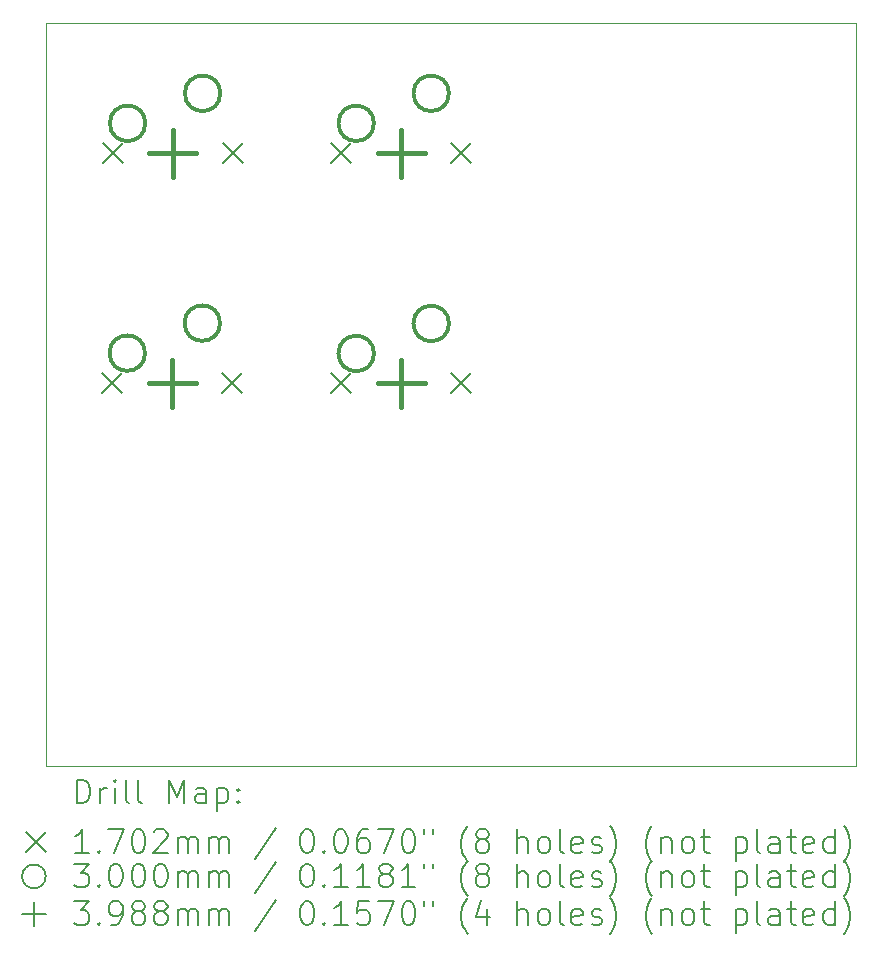
<source format=gbr>
%TF.GenerationSoftware,KiCad,Pcbnew,8.0.8*%
%TF.CreationDate,2025-06-15T23:17:13+08:00*%
%TF.ProjectId,2x2,3278322e-6b69-4636-9164-5f7063625858,rev?*%
%TF.SameCoordinates,Original*%
%TF.FileFunction,Drillmap*%
%TF.FilePolarity,Positive*%
%FSLAX45Y45*%
G04 Gerber Fmt 4.5, Leading zero omitted, Abs format (unit mm)*
G04 Created by KiCad (PCBNEW 8.0.8) date 2025-06-15 23:17:13*
%MOMM*%
%LPD*%
G01*
G04 APERTURE LIST*
%ADD10C,0.050000*%
%ADD11C,0.200000*%
%ADD12C,0.170180*%
%ADD13C,0.300000*%
%ADD14C,0.398780*%
G04 APERTURE END LIST*
D10*
X8201660Y-3180080D02*
X15062200Y-3180080D01*
X15062200Y-9476740D01*
X8201660Y-9476740D01*
X8201660Y-3180080D01*
D11*
D12*
X8677910Y-6148070D02*
X8848090Y-6318250D01*
X8848090Y-6148070D02*
X8677910Y-6318250D01*
X8680450Y-4202430D02*
X8850630Y-4372610D01*
X8850630Y-4202430D02*
X8680450Y-4372610D01*
X9693910Y-6148070D02*
X9864090Y-6318250D01*
X9864090Y-6148070D02*
X9693910Y-6318250D01*
X9696450Y-4202430D02*
X9866630Y-4372610D01*
X9866630Y-4202430D02*
X9696450Y-4372610D01*
X10615930Y-4202430D02*
X10786110Y-4372610D01*
X10786110Y-4202430D02*
X10615930Y-4372610D01*
X10615930Y-6150610D02*
X10786110Y-6320790D01*
X10786110Y-6150610D02*
X10615930Y-6320790D01*
X11631930Y-4202430D02*
X11802110Y-4372610D01*
X11802110Y-4202430D02*
X11631930Y-4372610D01*
X11631930Y-6150610D02*
X11802110Y-6320790D01*
X11802110Y-6150610D02*
X11631930Y-6320790D01*
D13*
X9040000Y-5979160D02*
G75*
G02*
X8740000Y-5979160I-150000J0D01*
G01*
X8740000Y-5979160D02*
G75*
G02*
X9040000Y-5979160I150000J0D01*
G01*
X9042540Y-4033520D02*
G75*
G02*
X8742540Y-4033520I-150000J0D01*
G01*
X8742540Y-4033520D02*
G75*
G02*
X9042540Y-4033520I150000J0D01*
G01*
X9675000Y-5725160D02*
G75*
G02*
X9375000Y-5725160I-150000J0D01*
G01*
X9375000Y-5725160D02*
G75*
G02*
X9675000Y-5725160I150000J0D01*
G01*
X9677540Y-3779520D02*
G75*
G02*
X9377540Y-3779520I-150000J0D01*
G01*
X9377540Y-3779520D02*
G75*
G02*
X9677540Y-3779520I150000J0D01*
G01*
X10978020Y-4033520D02*
G75*
G02*
X10678020Y-4033520I-150000J0D01*
G01*
X10678020Y-4033520D02*
G75*
G02*
X10978020Y-4033520I150000J0D01*
G01*
X10978020Y-5981700D02*
G75*
G02*
X10678020Y-5981700I-150000J0D01*
G01*
X10678020Y-5981700D02*
G75*
G02*
X10978020Y-5981700I150000J0D01*
G01*
X11613020Y-3779520D02*
G75*
G02*
X11313020Y-3779520I-150000J0D01*
G01*
X11313020Y-3779520D02*
G75*
G02*
X11613020Y-3779520I150000J0D01*
G01*
X11613020Y-5727700D02*
G75*
G02*
X11313020Y-5727700I-150000J0D01*
G01*
X11313020Y-5727700D02*
G75*
G02*
X11613020Y-5727700I150000J0D01*
G01*
D14*
X9271000Y-6033770D02*
X9271000Y-6432550D01*
X9071610Y-6233160D02*
X9470390Y-6233160D01*
X9273540Y-4088130D02*
X9273540Y-4486910D01*
X9074150Y-4287520D02*
X9472930Y-4287520D01*
X11209020Y-4088130D02*
X11209020Y-4486910D01*
X11009630Y-4287520D02*
X11408410Y-4287520D01*
X11209020Y-6036310D02*
X11209020Y-6435090D01*
X11009630Y-6235700D02*
X11408410Y-6235700D01*
D11*
X8459937Y-9790724D02*
X8459937Y-9590724D01*
X8459937Y-9590724D02*
X8507556Y-9590724D01*
X8507556Y-9590724D02*
X8536127Y-9600248D01*
X8536127Y-9600248D02*
X8555175Y-9619295D01*
X8555175Y-9619295D02*
X8564699Y-9638343D01*
X8564699Y-9638343D02*
X8574223Y-9676438D01*
X8574223Y-9676438D02*
X8574223Y-9705010D01*
X8574223Y-9705010D02*
X8564699Y-9743105D01*
X8564699Y-9743105D02*
X8555175Y-9762152D01*
X8555175Y-9762152D02*
X8536127Y-9781200D01*
X8536127Y-9781200D02*
X8507556Y-9790724D01*
X8507556Y-9790724D02*
X8459937Y-9790724D01*
X8659937Y-9790724D02*
X8659937Y-9657390D01*
X8659937Y-9695486D02*
X8669461Y-9676438D01*
X8669461Y-9676438D02*
X8678984Y-9666914D01*
X8678984Y-9666914D02*
X8698032Y-9657390D01*
X8698032Y-9657390D02*
X8717080Y-9657390D01*
X8783746Y-9790724D02*
X8783746Y-9657390D01*
X8783746Y-9590724D02*
X8774223Y-9600248D01*
X8774223Y-9600248D02*
X8783746Y-9609771D01*
X8783746Y-9609771D02*
X8793270Y-9600248D01*
X8793270Y-9600248D02*
X8783746Y-9590724D01*
X8783746Y-9590724D02*
X8783746Y-9609771D01*
X8907556Y-9790724D02*
X8888508Y-9781200D01*
X8888508Y-9781200D02*
X8878984Y-9762152D01*
X8878984Y-9762152D02*
X8878984Y-9590724D01*
X9012318Y-9790724D02*
X8993270Y-9781200D01*
X8993270Y-9781200D02*
X8983746Y-9762152D01*
X8983746Y-9762152D02*
X8983746Y-9590724D01*
X9240889Y-9790724D02*
X9240889Y-9590724D01*
X9240889Y-9590724D02*
X9307556Y-9733581D01*
X9307556Y-9733581D02*
X9374223Y-9590724D01*
X9374223Y-9590724D02*
X9374223Y-9790724D01*
X9555175Y-9790724D02*
X9555175Y-9685962D01*
X9555175Y-9685962D02*
X9545651Y-9666914D01*
X9545651Y-9666914D02*
X9526604Y-9657390D01*
X9526604Y-9657390D02*
X9488508Y-9657390D01*
X9488508Y-9657390D02*
X9469461Y-9666914D01*
X9555175Y-9781200D02*
X9536127Y-9790724D01*
X9536127Y-9790724D02*
X9488508Y-9790724D01*
X9488508Y-9790724D02*
X9469461Y-9781200D01*
X9469461Y-9781200D02*
X9459937Y-9762152D01*
X9459937Y-9762152D02*
X9459937Y-9743105D01*
X9459937Y-9743105D02*
X9469461Y-9724057D01*
X9469461Y-9724057D02*
X9488508Y-9714533D01*
X9488508Y-9714533D02*
X9536127Y-9714533D01*
X9536127Y-9714533D02*
X9555175Y-9705010D01*
X9650413Y-9657390D02*
X9650413Y-9857390D01*
X9650413Y-9666914D02*
X9669461Y-9657390D01*
X9669461Y-9657390D02*
X9707556Y-9657390D01*
X9707556Y-9657390D02*
X9726604Y-9666914D01*
X9726604Y-9666914D02*
X9736127Y-9676438D01*
X9736127Y-9676438D02*
X9745651Y-9695486D01*
X9745651Y-9695486D02*
X9745651Y-9752629D01*
X9745651Y-9752629D02*
X9736127Y-9771676D01*
X9736127Y-9771676D02*
X9726604Y-9781200D01*
X9726604Y-9781200D02*
X9707556Y-9790724D01*
X9707556Y-9790724D02*
X9669461Y-9790724D01*
X9669461Y-9790724D02*
X9650413Y-9781200D01*
X9831365Y-9771676D02*
X9840889Y-9781200D01*
X9840889Y-9781200D02*
X9831365Y-9790724D01*
X9831365Y-9790724D02*
X9821842Y-9781200D01*
X9821842Y-9781200D02*
X9831365Y-9771676D01*
X9831365Y-9771676D02*
X9831365Y-9790724D01*
X9831365Y-9666914D02*
X9840889Y-9676438D01*
X9840889Y-9676438D02*
X9831365Y-9685962D01*
X9831365Y-9685962D02*
X9821842Y-9676438D01*
X9821842Y-9676438D02*
X9831365Y-9666914D01*
X9831365Y-9666914D02*
X9831365Y-9685962D01*
D12*
X8028980Y-10034150D02*
X8199160Y-10204330D01*
X8199160Y-10034150D02*
X8028980Y-10204330D01*
D11*
X8564699Y-10210724D02*
X8450413Y-10210724D01*
X8507556Y-10210724D02*
X8507556Y-10010724D01*
X8507556Y-10010724D02*
X8488508Y-10039295D01*
X8488508Y-10039295D02*
X8469461Y-10058343D01*
X8469461Y-10058343D02*
X8450413Y-10067867D01*
X8650413Y-10191676D02*
X8659937Y-10201200D01*
X8659937Y-10201200D02*
X8650413Y-10210724D01*
X8650413Y-10210724D02*
X8640889Y-10201200D01*
X8640889Y-10201200D02*
X8650413Y-10191676D01*
X8650413Y-10191676D02*
X8650413Y-10210724D01*
X8726604Y-10010724D02*
X8859937Y-10010724D01*
X8859937Y-10010724D02*
X8774223Y-10210724D01*
X8974223Y-10010724D02*
X8993270Y-10010724D01*
X8993270Y-10010724D02*
X9012318Y-10020248D01*
X9012318Y-10020248D02*
X9021842Y-10029771D01*
X9021842Y-10029771D02*
X9031365Y-10048819D01*
X9031365Y-10048819D02*
X9040889Y-10086914D01*
X9040889Y-10086914D02*
X9040889Y-10134533D01*
X9040889Y-10134533D02*
X9031365Y-10172629D01*
X9031365Y-10172629D02*
X9021842Y-10191676D01*
X9021842Y-10191676D02*
X9012318Y-10201200D01*
X9012318Y-10201200D02*
X8993270Y-10210724D01*
X8993270Y-10210724D02*
X8974223Y-10210724D01*
X8974223Y-10210724D02*
X8955175Y-10201200D01*
X8955175Y-10201200D02*
X8945651Y-10191676D01*
X8945651Y-10191676D02*
X8936127Y-10172629D01*
X8936127Y-10172629D02*
X8926604Y-10134533D01*
X8926604Y-10134533D02*
X8926604Y-10086914D01*
X8926604Y-10086914D02*
X8936127Y-10048819D01*
X8936127Y-10048819D02*
X8945651Y-10029771D01*
X8945651Y-10029771D02*
X8955175Y-10020248D01*
X8955175Y-10020248D02*
X8974223Y-10010724D01*
X9117080Y-10029771D02*
X9126604Y-10020248D01*
X9126604Y-10020248D02*
X9145651Y-10010724D01*
X9145651Y-10010724D02*
X9193270Y-10010724D01*
X9193270Y-10010724D02*
X9212318Y-10020248D01*
X9212318Y-10020248D02*
X9221842Y-10029771D01*
X9221842Y-10029771D02*
X9231365Y-10048819D01*
X9231365Y-10048819D02*
X9231365Y-10067867D01*
X9231365Y-10067867D02*
X9221842Y-10096438D01*
X9221842Y-10096438D02*
X9107556Y-10210724D01*
X9107556Y-10210724D02*
X9231365Y-10210724D01*
X9317080Y-10210724D02*
X9317080Y-10077390D01*
X9317080Y-10096438D02*
X9326604Y-10086914D01*
X9326604Y-10086914D02*
X9345651Y-10077390D01*
X9345651Y-10077390D02*
X9374223Y-10077390D01*
X9374223Y-10077390D02*
X9393270Y-10086914D01*
X9393270Y-10086914D02*
X9402794Y-10105962D01*
X9402794Y-10105962D02*
X9402794Y-10210724D01*
X9402794Y-10105962D02*
X9412318Y-10086914D01*
X9412318Y-10086914D02*
X9431365Y-10077390D01*
X9431365Y-10077390D02*
X9459937Y-10077390D01*
X9459937Y-10077390D02*
X9478985Y-10086914D01*
X9478985Y-10086914D02*
X9488508Y-10105962D01*
X9488508Y-10105962D02*
X9488508Y-10210724D01*
X9583746Y-10210724D02*
X9583746Y-10077390D01*
X9583746Y-10096438D02*
X9593270Y-10086914D01*
X9593270Y-10086914D02*
X9612318Y-10077390D01*
X9612318Y-10077390D02*
X9640889Y-10077390D01*
X9640889Y-10077390D02*
X9659937Y-10086914D01*
X9659937Y-10086914D02*
X9669461Y-10105962D01*
X9669461Y-10105962D02*
X9669461Y-10210724D01*
X9669461Y-10105962D02*
X9678985Y-10086914D01*
X9678985Y-10086914D02*
X9698032Y-10077390D01*
X9698032Y-10077390D02*
X9726604Y-10077390D01*
X9726604Y-10077390D02*
X9745651Y-10086914D01*
X9745651Y-10086914D02*
X9755175Y-10105962D01*
X9755175Y-10105962D02*
X9755175Y-10210724D01*
X10145651Y-10001200D02*
X9974223Y-10258343D01*
X10402794Y-10010724D02*
X10421842Y-10010724D01*
X10421842Y-10010724D02*
X10440889Y-10020248D01*
X10440889Y-10020248D02*
X10450413Y-10029771D01*
X10450413Y-10029771D02*
X10459937Y-10048819D01*
X10459937Y-10048819D02*
X10469461Y-10086914D01*
X10469461Y-10086914D02*
X10469461Y-10134533D01*
X10469461Y-10134533D02*
X10459937Y-10172629D01*
X10459937Y-10172629D02*
X10450413Y-10191676D01*
X10450413Y-10191676D02*
X10440889Y-10201200D01*
X10440889Y-10201200D02*
X10421842Y-10210724D01*
X10421842Y-10210724D02*
X10402794Y-10210724D01*
X10402794Y-10210724D02*
X10383747Y-10201200D01*
X10383747Y-10201200D02*
X10374223Y-10191676D01*
X10374223Y-10191676D02*
X10364699Y-10172629D01*
X10364699Y-10172629D02*
X10355175Y-10134533D01*
X10355175Y-10134533D02*
X10355175Y-10086914D01*
X10355175Y-10086914D02*
X10364699Y-10048819D01*
X10364699Y-10048819D02*
X10374223Y-10029771D01*
X10374223Y-10029771D02*
X10383747Y-10020248D01*
X10383747Y-10020248D02*
X10402794Y-10010724D01*
X10555175Y-10191676D02*
X10564699Y-10201200D01*
X10564699Y-10201200D02*
X10555175Y-10210724D01*
X10555175Y-10210724D02*
X10545651Y-10201200D01*
X10545651Y-10201200D02*
X10555175Y-10191676D01*
X10555175Y-10191676D02*
X10555175Y-10210724D01*
X10688508Y-10010724D02*
X10707556Y-10010724D01*
X10707556Y-10010724D02*
X10726604Y-10020248D01*
X10726604Y-10020248D02*
X10736128Y-10029771D01*
X10736128Y-10029771D02*
X10745651Y-10048819D01*
X10745651Y-10048819D02*
X10755175Y-10086914D01*
X10755175Y-10086914D02*
X10755175Y-10134533D01*
X10755175Y-10134533D02*
X10745651Y-10172629D01*
X10745651Y-10172629D02*
X10736128Y-10191676D01*
X10736128Y-10191676D02*
X10726604Y-10201200D01*
X10726604Y-10201200D02*
X10707556Y-10210724D01*
X10707556Y-10210724D02*
X10688508Y-10210724D01*
X10688508Y-10210724D02*
X10669461Y-10201200D01*
X10669461Y-10201200D02*
X10659937Y-10191676D01*
X10659937Y-10191676D02*
X10650413Y-10172629D01*
X10650413Y-10172629D02*
X10640889Y-10134533D01*
X10640889Y-10134533D02*
X10640889Y-10086914D01*
X10640889Y-10086914D02*
X10650413Y-10048819D01*
X10650413Y-10048819D02*
X10659937Y-10029771D01*
X10659937Y-10029771D02*
X10669461Y-10020248D01*
X10669461Y-10020248D02*
X10688508Y-10010724D01*
X10926604Y-10010724D02*
X10888508Y-10010724D01*
X10888508Y-10010724D02*
X10869461Y-10020248D01*
X10869461Y-10020248D02*
X10859937Y-10029771D01*
X10859937Y-10029771D02*
X10840889Y-10058343D01*
X10840889Y-10058343D02*
X10831366Y-10096438D01*
X10831366Y-10096438D02*
X10831366Y-10172629D01*
X10831366Y-10172629D02*
X10840889Y-10191676D01*
X10840889Y-10191676D02*
X10850413Y-10201200D01*
X10850413Y-10201200D02*
X10869461Y-10210724D01*
X10869461Y-10210724D02*
X10907556Y-10210724D01*
X10907556Y-10210724D02*
X10926604Y-10201200D01*
X10926604Y-10201200D02*
X10936128Y-10191676D01*
X10936128Y-10191676D02*
X10945651Y-10172629D01*
X10945651Y-10172629D02*
X10945651Y-10125010D01*
X10945651Y-10125010D02*
X10936128Y-10105962D01*
X10936128Y-10105962D02*
X10926604Y-10096438D01*
X10926604Y-10096438D02*
X10907556Y-10086914D01*
X10907556Y-10086914D02*
X10869461Y-10086914D01*
X10869461Y-10086914D02*
X10850413Y-10096438D01*
X10850413Y-10096438D02*
X10840889Y-10105962D01*
X10840889Y-10105962D02*
X10831366Y-10125010D01*
X11012318Y-10010724D02*
X11145651Y-10010724D01*
X11145651Y-10010724D02*
X11059937Y-10210724D01*
X11259937Y-10010724D02*
X11278985Y-10010724D01*
X11278985Y-10010724D02*
X11298032Y-10020248D01*
X11298032Y-10020248D02*
X11307556Y-10029771D01*
X11307556Y-10029771D02*
X11317080Y-10048819D01*
X11317080Y-10048819D02*
X11326604Y-10086914D01*
X11326604Y-10086914D02*
X11326604Y-10134533D01*
X11326604Y-10134533D02*
X11317080Y-10172629D01*
X11317080Y-10172629D02*
X11307556Y-10191676D01*
X11307556Y-10191676D02*
X11298032Y-10201200D01*
X11298032Y-10201200D02*
X11278985Y-10210724D01*
X11278985Y-10210724D02*
X11259937Y-10210724D01*
X11259937Y-10210724D02*
X11240889Y-10201200D01*
X11240889Y-10201200D02*
X11231366Y-10191676D01*
X11231366Y-10191676D02*
X11221842Y-10172629D01*
X11221842Y-10172629D02*
X11212318Y-10134533D01*
X11212318Y-10134533D02*
X11212318Y-10086914D01*
X11212318Y-10086914D02*
X11221842Y-10048819D01*
X11221842Y-10048819D02*
X11231366Y-10029771D01*
X11231366Y-10029771D02*
X11240889Y-10020248D01*
X11240889Y-10020248D02*
X11259937Y-10010724D01*
X11402794Y-10010724D02*
X11402794Y-10048819D01*
X11478985Y-10010724D02*
X11478985Y-10048819D01*
X11774223Y-10286914D02*
X11764699Y-10277390D01*
X11764699Y-10277390D02*
X11745651Y-10248819D01*
X11745651Y-10248819D02*
X11736128Y-10229771D01*
X11736128Y-10229771D02*
X11726604Y-10201200D01*
X11726604Y-10201200D02*
X11717080Y-10153581D01*
X11717080Y-10153581D02*
X11717080Y-10115486D01*
X11717080Y-10115486D02*
X11726604Y-10067867D01*
X11726604Y-10067867D02*
X11736128Y-10039295D01*
X11736128Y-10039295D02*
X11745651Y-10020248D01*
X11745651Y-10020248D02*
X11764699Y-9991676D01*
X11764699Y-9991676D02*
X11774223Y-9982152D01*
X11878985Y-10096438D02*
X11859937Y-10086914D01*
X11859937Y-10086914D02*
X11850413Y-10077390D01*
X11850413Y-10077390D02*
X11840889Y-10058343D01*
X11840889Y-10058343D02*
X11840889Y-10048819D01*
X11840889Y-10048819D02*
X11850413Y-10029771D01*
X11850413Y-10029771D02*
X11859937Y-10020248D01*
X11859937Y-10020248D02*
X11878985Y-10010724D01*
X11878985Y-10010724D02*
X11917080Y-10010724D01*
X11917080Y-10010724D02*
X11936128Y-10020248D01*
X11936128Y-10020248D02*
X11945651Y-10029771D01*
X11945651Y-10029771D02*
X11955175Y-10048819D01*
X11955175Y-10048819D02*
X11955175Y-10058343D01*
X11955175Y-10058343D02*
X11945651Y-10077390D01*
X11945651Y-10077390D02*
X11936128Y-10086914D01*
X11936128Y-10086914D02*
X11917080Y-10096438D01*
X11917080Y-10096438D02*
X11878985Y-10096438D01*
X11878985Y-10096438D02*
X11859937Y-10105962D01*
X11859937Y-10105962D02*
X11850413Y-10115486D01*
X11850413Y-10115486D02*
X11840889Y-10134533D01*
X11840889Y-10134533D02*
X11840889Y-10172629D01*
X11840889Y-10172629D02*
X11850413Y-10191676D01*
X11850413Y-10191676D02*
X11859937Y-10201200D01*
X11859937Y-10201200D02*
X11878985Y-10210724D01*
X11878985Y-10210724D02*
X11917080Y-10210724D01*
X11917080Y-10210724D02*
X11936128Y-10201200D01*
X11936128Y-10201200D02*
X11945651Y-10191676D01*
X11945651Y-10191676D02*
X11955175Y-10172629D01*
X11955175Y-10172629D02*
X11955175Y-10134533D01*
X11955175Y-10134533D02*
X11945651Y-10115486D01*
X11945651Y-10115486D02*
X11936128Y-10105962D01*
X11936128Y-10105962D02*
X11917080Y-10096438D01*
X12193270Y-10210724D02*
X12193270Y-10010724D01*
X12278985Y-10210724D02*
X12278985Y-10105962D01*
X12278985Y-10105962D02*
X12269461Y-10086914D01*
X12269461Y-10086914D02*
X12250413Y-10077390D01*
X12250413Y-10077390D02*
X12221842Y-10077390D01*
X12221842Y-10077390D02*
X12202794Y-10086914D01*
X12202794Y-10086914D02*
X12193270Y-10096438D01*
X12402794Y-10210724D02*
X12383747Y-10201200D01*
X12383747Y-10201200D02*
X12374223Y-10191676D01*
X12374223Y-10191676D02*
X12364699Y-10172629D01*
X12364699Y-10172629D02*
X12364699Y-10115486D01*
X12364699Y-10115486D02*
X12374223Y-10096438D01*
X12374223Y-10096438D02*
X12383747Y-10086914D01*
X12383747Y-10086914D02*
X12402794Y-10077390D01*
X12402794Y-10077390D02*
X12431366Y-10077390D01*
X12431366Y-10077390D02*
X12450413Y-10086914D01*
X12450413Y-10086914D02*
X12459937Y-10096438D01*
X12459937Y-10096438D02*
X12469461Y-10115486D01*
X12469461Y-10115486D02*
X12469461Y-10172629D01*
X12469461Y-10172629D02*
X12459937Y-10191676D01*
X12459937Y-10191676D02*
X12450413Y-10201200D01*
X12450413Y-10201200D02*
X12431366Y-10210724D01*
X12431366Y-10210724D02*
X12402794Y-10210724D01*
X12583747Y-10210724D02*
X12564699Y-10201200D01*
X12564699Y-10201200D02*
X12555175Y-10182152D01*
X12555175Y-10182152D02*
X12555175Y-10010724D01*
X12736128Y-10201200D02*
X12717080Y-10210724D01*
X12717080Y-10210724D02*
X12678985Y-10210724D01*
X12678985Y-10210724D02*
X12659937Y-10201200D01*
X12659937Y-10201200D02*
X12650413Y-10182152D01*
X12650413Y-10182152D02*
X12650413Y-10105962D01*
X12650413Y-10105962D02*
X12659937Y-10086914D01*
X12659937Y-10086914D02*
X12678985Y-10077390D01*
X12678985Y-10077390D02*
X12717080Y-10077390D01*
X12717080Y-10077390D02*
X12736128Y-10086914D01*
X12736128Y-10086914D02*
X12745651Y-10105962D01*
X12745651Y-10105962D02*
X12745651Y-10125010D01*
X12745651Y-10125010D02*
X12650413Y-10144057D01*
X12821842Y-10201200D02*
X12840890Y-10210724D01*
X12840890Y-10210724D02*
X12878985Y-10210724D01*
X12878985Y-10210724D02*
X12898032Y-10201200D01*
X12898032Y-10201200D02*
X12907556Y-10182152D01*
X12907556Y-10182152D02*
X12907556Y-10172629D01*
X12907556Y-10172629D02*
X12898032Y-10153581D01*
X12898032Y-10153581D02*
X12878985Y-10144057D01*
X12878985Y-10144057D02*
X12850413Y-10144057D01*
X12850413Y-10144057D02*
X12831366Y-10134533D01*
X12831366Y-10134533D02*
X12821842Y-10115486D01*
X12821842Y-10115486D02*
X12821842Y-10105962D01*
X12821842Y-10105962D02*
X12831366Y-10086914D01*
X12831366Y-10086914D02*
X12850413Y-10077390D01*
X12850413Y-10077390D02*
X12878985Y-10077390D01*
X12878985Y-10077390D02*
X12898032Y-10086914D01*
X12974223Y-10286914D02*
X12983747Y-10277390D01*
X12983747Y-10277390D02*
X13002794Y-10248819D01*
X13002794Y-10248819D02*
X13012318Y-10229771D01*
X13012318Y-10229771D02*
X13021842Y-10201200D01*
X13021842Y-10201200D02*
X13031366Y-10153581D01*
X13031366Y-10153581D02*
X13031366Y-10115486D01*
X13031366Y-10115486D02*
X13021842Y-10067867D01*
X13021842Y-10067867D02*
X13012318Y-10039295D01*
X13012318Y-10039295D02*
X13002794Y-10020248D01*
X13002794Y-10020248D02*
X12983747Y-9991676D01*
X12983747Y-9991676D02*
X12974223Y-9982152D01*
X13336128Y-10286914D02*
X13326604Y-10277390D01*
X13326604Y-10277390D02*
X13307556Y-10248819D01*
X13307556Y-10248819D02*
X13298032Y-10229771D01*
X13298032Y-10229771D02*
X13288509Y-10201200D01*
X13288509Y-10201200D02*
X13278985Y-10153581D01*
X13278985Y-10153581D02*
X13278985Y-10115486D01*
X13278985Y-10115486D02*
X13288509Y-10067867D01*
X13288509Y-10067867D02*
X13298032Y-10039295D01*
X13298032Y-10039295D02*
X13307556Y-10020248D01*
X13307556Y-10020248D02*
X13326604Y-9991676D01*
X13326604Y-9991676D02*
X13336128Y-9982152D01*
X13412318Y-10077390D02*
X13412318Y-10210724D01*
X13412318Y-10096438D02*
X13421842Y-10086914D01*
X13421842Y-10086914D02*
X13440890Y-10077390D01*
X13440890Y-10077390D02*
X13469461Y-10077390D01*
X13469461Y-10077390D02*
X13488509Y-10086914D01*
X13488509Y-10086914D02*
X13498032Y-10105962D01*
X13498032Y-10105962D02*
X13498032Y-10210724D01*
X13621842Y-10210724D02*
X13602794Y-10201200D01*
X13602794Y-10201200D02*
X13593271Y-10191676D01*
X13593271Y-10191676D02*
X13583747Y-10172629D01*
X13583747Y-10172629D02*
X13583747Y-10115486D01*
X13583747Y-10115486D02*
X13593271Y-10096438D01*
X13593271Y-10096438D02*
X13602794Y-10086914D01*
X13602794Y-10086914D02*
X13621842Y-10077390D01*
X13621842Y-10077390D02*
X13650413Y-10077390D01*
X13650413Y-10077390D02*
X13669461Y-10086914D01*
X13669461Y-10086914D02*
X13678985Y-10096438D01*
X13678985Y-10096438D02*
X13688509Y-10115486D01*
X13688509Y-10115486D02*
X13688509Y-10172629D01*
X13688509Y-10172629D02*
X13678985Y-10191676D01*
X13678985Y-10191676D02*
X13669461Y-10201200D01*
X13669461Y-10201200D02*
X13650413Y-10210724D01*
X13650413Y-10210724D02*
X13621842Y-10210724D01*
X13745652Y-10077390D02*
X13821842Y-10077390D01*
X13774223Y-10010724D02*
X13774223Y-10182152D01*
X13774223Y-10182152D02*
X13783747Y-10201200D01*
X13783747Y-10201200D02*
X13802794Y-10210724D01*
X13802794Y-10210724D02*
X13821842Y-10210724D01*
X14040890Y-10077390D02*
X14040890Y-10277390D01*
X14040890Y-10086914D02*
X14059937Y-10077390D01*
X14059937Y-10077390D02*
X14098033Y-10077390D01*
X14098033Y-10077390D02*
X14117080Y-10086914D01*
X14117080Y-10086914D02*
X14126604Y-10096438D01*
X14126604Y-10096438D02*
X14136128Y-10115486D01*
X14136128Y-10115486D02*
X14136128Y-10172629D01*
X14136128Y-10172629D02*
X14126604Y-10191676D01*
X14126604Y-10191676D02*
X14117080Y-10201200D01*
X14117080Y-10201200D02*
X14098033Y-10210724D01*
X14098033Y-10210724D02*
X14059937Y-10210724D01*
X14059937Y-10210724D02*
X14040890Y-10201200D01*
X14250413Y-10210724D02*
X14231366Y-10201200D01*
X14231366Y-10201200D02*
X14221842Y-10182152D01*
X14221842Y-10182152D02*
X14221842Y-10010724D01*
X14412318Y-10210724D02*
X14412318Y-10105962D01*
X14412318Y-10105962D02*
X14402794Y-10086914D01*
X14402794Y-10086914D02*
X14383747Y-10077390D01*
X14383747Y-10077390D02*
X14345652Y-10077390D01*
X14345652Y-10077390D02*
X14326604Y-10086914D01*
X14412318Y-10201200D02*
X14393271Y-10210724D01*
X14393271Y-10210724D02*
X14345652Y-10210724D01*
X14345652Y-10210724D02*
X14326604Y-10201200D01*
X14326604Y-10201200D02*
X14317080Y-10182152D01*
X14317080Y-10182152D02*
X14317080Y-10163105D01*
X14317080Y-10163105D02*
X14326604Y-10144057D01*
X14326604Y-10144057D02*
X14345652Y-10134533D01*
X14345652Y-10134533D02*
X14393271Y-10134533D01*
X14393271Y-10134533D02*
X14412318Y-10125010D01*
X14478985Y-10077390D02*
X14555175Y-10077390D01*
X14507556Y-10010724D02*
X14507556Y-10182152D01*
X14507556Y-10182152D02*
X14517080Y-10201200D01*
X14517080Y-10201200D02*
X14536128Y-10210724D01*
X14536128Y-10210724D02*
X14555175Y-10210724D01*
X14698033Y-10201200D02*
X14678985Y-10210724D01*
X14678985Y-10210724D02*
X14640890Y-10210724D01*
X14640890Y-10210724D02*
X14621842Y-10201200D01*
X14621842Y-10201200D02*
X14612318Y-10182152D01*
X14612318Y-10182152D02*
X14612318Y-10105962D01*
X14612318Y-10105962D02*
X14621842Y-10086914D01*
X14621842Y-10086914D02*
X14640890Y-10077390D01*
X14640890Y-10077390D02*
X14678985Y-10077390D01*
X14678985Y-10077390D02*
X14698033Y-10086914D01*
X14698033Y-10086914D02*
X14707556Y-10105962D01*
X14707556Y-10105962D02*
X14707556Y-10125010D01*
X14707556Y-10125010D02*
X14612318Y-10144057D01*
X14878985Y-10210724D02*
X14878985Y-10010724D01*
X14878985Y-10201200D02*
X14859937Y-10210724D01*
X14859937Y-10210724D02*
X14821842Y-10210724D01*
X14821842Y-10210724D02*
X14802794Y-10201200D01*
X14802794Y-10201200D02*
X14793271Y-10191676D01*
X14793271Y-10191676D02*
X14783747Y-10172629D01*
X14783747Y-10172629D02*
X14783747Y-10115486D01*
X14783747Y-10115486D02*
X14793271Y-10096438D01*
X14793271Y-10096438D02*
X14802794Y-10086914D01*
X14802794Y-10086914D02*
X14821842Y-10077390D01*
X14821842Y-10077390D02*
X14859937Y-10077390D01*
X14859937Y-10077390D02*
X14878985Y-10086914D01*
X14955175Y-10286914D02*
X14964699Y-10277390D01*
X14964699Y-10277390D02*
X14983747Y-10248819D01*
X14983747Y-10248819D02*
X14993271Y-10229771D01*
X14993271Y-10229771D02*
X15002794Y-10201200D01*
X15002794Y-10201200D02*
X15012318Y-10153581D01*
X15012318Y-10153581D02*
X15012318Y-10115486D01*
X15012318Y-10115486D02*
X15002794Y-10067867D01*
X15002794Y-10067867D02*
X14993271Y-10039295D01*
X14993271Y-10039295D02*
X14983747Y-10020248D01*
X14983747Y-10020248D02*
X14964699Y-9991676D01*
X14964699Y-9991676D02*
X14955175Y-9982152D01*
X8199160Y-10409420D02*
G75*
G02*
X7999160Y-10409420I-100000J0D01*
G01*
X7999160Y-10409420D02*
G75*
G02*
X8199160Y-10409420I100000J0D01*
G01*
X8440889Y-10300904D02*
X8564699Y-10300904D01*
X8564699Y-10300904D02*
X8498032Y-10377094D01*
X8498032Y-10377094D02*
X8526604Y-10377094D01*
X8526604Y-10377094D02*
X8545651Y-10386618D01*
X8545651Y-10386618D02*
X8555175Y-10396142D01*
X8555175Y-10396142D02*
X8564699Y-10415190D01*
X8564699Y-10415190D02*
X8564699Y-10462809D01*
X8564699Y-10462809D02*
X8555175Y-10481856D01*
X8555175Y-10481856D02*
X8545651Y-10491380D01*
X8545651Y-10491380D02*
X8526604Y-10500904D01*
X8526604Y-10500904D02*
X8469461Y-10500904D01*
X8469461Y-10500904D02*
X8450413Y-10491380D01*
X8450413Y-10491380D02*
X8440889Y-10481856D01*
X8650413Y-10481856D02*
X8659937Y-10491380D01*
X8659937Y-10491380D02*
X8650413Y-10500904D01*
X8650413Y-10500904D02*
X8640889Y-10491380D01*
X8640889Y-10491380D02*
X8650413Y-10481856D01*
X8650413Y-10481856D02*
X8650413Y-10500904D01*
X8783746Y-10300904D02*
X8802794Y-10300904D01*
X8802794Y-10300904D02*
X8821842Y-10310428D01*
X8821842Y-10310428D02*
X8831365Y-10319951D01*
X8831365Y-10319951D02*
X8840889Y-10338999D01*
X8840889Y-10338999D02*
X8850413Y-10377094D01*
X8850413Y-10377094D02*
X8850413Y-10424713D01*
X8850413Y-10424713D02*
X8840889Y-10462809D01*
X8840889Y-10462809D02*
X8831365Y-10481856D01*
X8831365Y-10481856D02*
X8821842Y-10491380D01*
X8821842Y-10491380D02*
X8802794Y-10500904D01*
X8802794Y-10500904D02*
X8783746Y-10500904D01*
X8783746Y-10500904D02*
X8764699Y-10491380D01*
X8764699Y-10491380D02*
X8755175Y-10481856D01*
X8755175Y-10481856D02*
X8745651Y-10462809D01*
X8745651Y-10462809D02*
X8736127Y-10424713D01*
X8736127Y-10424713D02*
X8736127Y-10377094D01*
X8736127Y-10377094D02*
X8745651Y-10338999D01*
X8745651Y-10338999D02*
X8755175Y-10319951D01*
X8755175Y-10319951D02*
X8764699Y-10310428D01*
X8764699Y-10310428D02*
X8783746Y-10300904D01*
X8974223Y-10300904D02*
X8993270Y-10300904D01*
X8993270Y-10300904D02*
X9012318Y-10310428D01*
X9012318Y-10310428D02*
X9021842Y-10319951D01*
X9021842Y-10319951D02*
X9031365Y-10338999D01*
X9031365Y-10338999D02*
X9040889Y-10377094D01*
X9040889Y-10377094D02*
X9040889Y-10424713D01*
X9040889Y-10424713D02*
X9031365Y-10462809D01*
X9031365Y-10462809D02*
X9021842Y-10481856D01*
X9021842Y-10481856D02*
X9012318Y-10491380D01*
X9012318Y-10491380D02*
X8993270Y-10500904D01*
X8993270Y-10500904D02*
X8974223Y-10500904D01*
X8974223Y-10500904D02*
X8955175Y-10491380D01*
X8955175Y-10491380D02*
X8945651Y-10481856D01*
X8945651Y-10481856D02*
X8936127Y-10462809D01*
X8936127Y-10462809D02*
X8926604Y-10424713D01*
X8926604Y-10424713D02*
X8926604Y-10377094D01*
X8926604Y-10377094D02*
X8936127Y-10338999D01*
X8936127Y-10338999D02*
X8945651Y-10319951D01*
X8945651Y-10319951D02*
X8955175Y-10310428D01*
X8955175Y-10310428D02*
X8974223Y-10300904D01*
X9164699Y-10300904D02*
X9183746Y-10300904D01*
X9183746Y-10300904D02*
X9202794Y-10310428D01*
X9202794Y-10310428D02*
X9212318Y-10319951D01*
X9212318Y-10319951D02*
X9221842Y-10338999D01*
X9221842Y-10338999D02*
X9231365Y-10377094D01*
X9231365Y-10377094D02*
X9231365Y-10424713D01*
X9231365Y-10424713D02*
X9221842Y-10462809D01*
X9221842Y-10462809D02*
X9212318Y-10481856D01*
X9212318Y-10481856D02*
X9202794Y-10491380D01*
X9202794Y-10491380D02*
X9183746Y-10500904D01*
X9183746Y-10500904D02*
X9164699Y-10500904D01*
X9164699Y-10500904D02*
X9145651Y-10491380D01*
X9145651Y-10491380D02*
X9136127Y-10481856D01*
X9136127Y-10481856D02*
X9126604Y-10462809D01*
X9126604Y-10462809D02*
X9117080Y-10424713D01*
X9117080Y-10424713D02*
X9117080Y-10377094D01*
X9117080Y-10377094D02*
X9126604Y-10338999D01*
X9126604Y-10338999D02*
X9136127Y-10319951D01*
X9136127Y-10319951D02*
X9145651Y-10310428D01*
X9145651Y-10310428D02*
X9164699Y-10300904D01*
X9317080Y-10500904D02*
X9317080Y-10367570D01*
X9317080Y-10386618D02*
X9326604Y-10377094D01*
X9326604Y-10377094D02*
X9345651Y-10367570D01*
X9345651Y-10367570D02*
X9374223Y-10367570D01*
X9374223Y-10367570D02*
X9393270Y-10377094D01*
X9393270Y-10377094D02*
X9402794Y-10396142D01*
X9402794Y-10396142D02*
X9402794Y-10500904D01*
X9402794Y-10396142D02*
X9412318Y-10377094D01*
X9412318Y-10377094D02*
X9431365Y-10367570D01*
X9431365Y-10367570D02*
X9459937Y-10367570D01*
X9459937Y-10367570D02*
X9478985Y-10377094D01*
X9478985Y-10377094D02*
X9488508Y-10396142D01*
X9488508Y-10396142D02*
X9488508Y-10500904D01*
X9583746Y-10500904D02*
X9583746Y-10367570D01*
X9583746Y-10386618D02*
X9593270Y-10377094D01*
X9593270Y-10377094D02*
X9612318Y-10367570D01*
X9612318Y-10367570D02*
X9640889Y-10367570D01*
X9640889Y-10367570D02*
X9659937Y-10377094D01*
X9659937Y-10377094D02*
X9669461Y-10396142D01*
X9669461Y-10396142D02*
X9669461Y-10500904D01*
X9669461Y-10396142D02*
X9678985Y-10377094D01*
X9678985Y-10377094D02*
X9698032Y-10367570D01*
X9698032Y-10367570D02*
X9726604Y-10367570D01*
X9726604Y-10367570D02*
X9745651Y-10377094D01*
X9745651Y-10377094D02*
X9755175Y-10396142D01*
X9755175Y-10396142D02*
X9755175Y-10500904D01*
X10145651Y-10291380D02*
X9974223Y-10548523D01*
X10402794Y-10300904D02*
X10421842Y-10300904D01*
X10421842Y-10300904D02*
X10440889Y-10310428D01*
X10440889Y-10310428D02*
X10450413Y-10319951D01*
X10450413Y-10319951D02*
X10459937Y-10338999D01*
X10459937Y-10338999D02*
X10469461Y-10377094D01*
X10469461Y-10377094D02*
X10469461Y-10424713D01*
X10469461Y-10424713D02*
X10459937Y-10462809D01*
X10459937Y-10462809D02*
X10450413Y-10481856D01*
X10450413Y-10481856D02*
X10440889Y-10491380D01*
X10440889Y-10491380D02*
X10421842Y-10500904D01*
X10421842Y-10500904D02*
X10402794Y-10500904D01*
X10402794Y-10500904D02*
X10383747Y-10491380D01*
X10383747Y-10491380D02*
X10374223Y-10481856D01*
X10374223Y-10481856D02*
X10364699Y-10462809D01*
X10364699Y-10462809D02*
X10355175Y-10424713D01*
X10355175Y-10424713D02*
X10355175Y-10377094D01*
X10355175Y-10377094D02*
X10364699Y-10338999D01*
X10364699Y-10338999D02*
X10374223Y-10319951D01*
X10374223Y-10319951D02*
X10383747Y-10310428D01*
X10383747Y-10310428D02*
X10402794Y-10300904D01*
X10555175Y-10481856D02*
X10564699Y-10491380D01*
X10564699Y-10491380D02*
X10555175Y-10500904D01*
X10555175Y-10500904D02*
X10545651Y-10491380D01*
X10545651Y-10491380D02*
X10555175Y-10481856D01*
X10555175Y-10481856D02*
X10555175Y-10500904D01*
X10755175Y-10500904D02*
X10640889Y-10500904D01*
X10698032Y-10500904D02*
X10698032Y-10300904D01*
X10698032Y-10300904D02*
X10678985Y-10329475D01*
X10678985Y-10329475D02*
X10659937Y-10348523D01*
X10659937Y-10348523D02*
X10640889Y-10358047D01*
X10945651Y-10500904D02*
X10831366Y-10500904D01*
X10888508Y-10500904D02*
X10888508Y-10300904D01*
X10888508Y-10300904D02*
X10869461Y-10329475D01*
X10869461Y-10329475D02*
X10850413Y-10348523D01*
X10850413Y-10348523D02*
X10831366Y-10358047D01*
X11059937Y-10386618D02*
X11040889Y-10377094D01*
X11040889Y-10377094D02*
X11031366Y-10367570D01*
X11031366Y-10367570D02*
X11021842Y-10348523D01*
X11021842Y-10348523D02*
X11021842Y-10338999D01*
X11021842Y-10338999D02*
X11031366Y-10319951D01*
X11031366Y-10319951D02*
X11040889Y-10310428D01*
X11040889Y-10310428D02*
X11059937Y-10300904D01*
X11059937Y-10300904D02*
X11098032Y-10300904D01*
X11098032Y-10300904D02*
X11117080Y-10310428D01*
X11117080Y-10310428D02*
X11126604Y-10319951D01*
X11126604Y-10319951D02*
X11136128Y-10338999D01*
X11136128Y-10338999D02*
X11136128Y-10348523D01*
X11136128Y-10348523D02*
X11126604Y-10367570D01*
X11126604Y-10367570D02*
X11117080Y-10377094D01*
X11117080Y-10377094D02*
X11098032Y-10386618D01*
X11098032Y-10386618D02*
X11059937Y-10386618D01*
X11059937Y-10386618D02*
X11040889Y-10396142D01*
X11040889Y-10396142D02*
X11031366Y-10405666D01*
X11031366Y-10405666D02*
X11021842Y-10424713D01*
X11021842Y-10424713D02*
X11021842Y-10462809D01*
X11021842Y-10462809D02*
X11031366Y-10481856D01*
X11031366Y-10481856D02*
X11040889Y-10491380D01*
X11040889Y-10491380D02*
X11059937Y-10500904D01*
X11059937Y-10500904D02*
X11098032Y-10500904D01*
X11098032Y-10500904D02*
X11117080Y-10491380D01*
X11117080Y-10491380D02*
X11126604Y-10481856D01*
X11126604Y-10481856D02*
X11136128Y-10462809D01*
X11136128Y-10462809D02*
X11136128Y-10424713D01*
X11136128Y-10424713D02*
X11126604Y-10405666D01*
X11126604Y-10405666D02*
X11117080Y-10396142D01*
X11117080Y-10396142D02*
X11098032Y-10386618D01*
X11326604Y-10500904D02*
X11212318Y-10500904D01*
X11269461Y-10500904D02*
X11269461Y-10300904D01*
X11269461Y-10300904D02*
X11250413Y-10329475D01*
X11250413Y-10329475D02*
X11231366Y-10348523D01*
X11231366Y-10348523D02*
X11212318Y-10358047D01*
X11402794Y-10300904D02*
X11402794Y-10338999D01*
X11478985Y-10300904D02*
X11478985Y-10338999D01*
X11774223Y-10577094D02*
X11764699Y-10567570D01*
X11764699Y-10567570D02*
X11745651Y-10538999D01*
X11745651Y-10538999D02*
X11736128Y-10519951D01*
X11736128Y-10519951D02*
X11726604Y-10491380D01*
X11726604Y-10491380D02*
X11717080Y-10443761D01*
X11717080Y-10443761D02*
X11717080Y-10405666D01*
X11717080Y-10405666D02*
X11726604Y-10358047D01*
X11726604Y-10358047D02*
X11736128Y-10329475D01*
X11736128Y-10329475D02*
X11745651Y-10310428D01*
X11745651Y-10310428D02*
X11764699Y-10281856D01*
X11764699Y-10281856D02*
X11774223Y-10272332D01*
X11878985Y-10386618D02*
X11859937Y-10377094D01*
X11859937Y-10377094D02*
X11850413Y-10367570D01*
X11850413Y-10367570D02*
X11840889Y-10348523D01*
X11840889Y-10348523D02*
X11840889Y-10338999D01*
X11840889Y-10338999D02*
X11850413Y-10319951D01*
X11850413Y-10319951D02*
X11859937Y-10310428D01*
X11859937Y-10310428D02*
X11878985Y-10300904D01*
X11878985Y-10300904D02*
X11917080Y-10300904D01*
X11917080Y-10300904D02*
X11936128Y-10310428D01*
X11936128Y-10310428D02*
X11945651Y-10319951D01*
X11945651Y-10319951D02*
X11955175Y-10338999D01*
X11955175Y-10338999D02*
X11955175Y-10348523D01*
X11955175Y-10348523D02*
X11945651Y-10367570D01*
X11945651Y-10367570D02*
X11936128Y-10377094D01*
X11936128Y-10377094D02*
X11917080Y-10386618D01*
X11917080Y-10386618D02*
X11878985Y-10386618D01*
X11878985Y-10386618D02*
X11859937Y-10396142D01*
X11859937Y-10396142D02*
X11850413Y-10405666D01*
X11850413Y-10405666D02*
X11840889Y-10424713D01*
X11840889Y-10424713D02*
X11840889Y-10462809D01*
X11840889Y-10462809D02*
X11850413Y-10481856D01*
X11850413Y-10481856D02*
X11859937Y-10491380D01*
X11859937Y-10491380D02*
X11878985Y-10500904D01*
X11878985Y-10500904D02*
X11917080Y-10500904D01*
X11917080Y-10500904D02*
X11936128Y-10491380D01*
X11936128Y-10491380D02*
X11945651Y-10481856D01*
X11945651Y-10481856D02*
X11955175Y-10462809D01*
X11955175Y-10462809D02*
X11955175Y-10424713D01*
X11955175Y-10424713D02*
X11945651Y-10405666D01*
X11945651Y-10405666D02*
X11936128Y-10396142D01*
X11936128Y-10396142D02*
X11917080Y-10386618D01*
X12193270Y-10500904D02*
X12193270Y-10300904D01*
X12278985Y-10500904D02*
X12278985Y-10396142D01*
X12278985Y-10396142D02*
X12269461Y-10377094D01*
X12269461Y-10377094D02*
X12250413Y-10367570D01*
X12250413Y-10367570D02*
X12221842Y-10367570D01*
X12221842Y-10367570D02*
X12202794Y-10377094D01*
X12202794Y-10377094D02*
X12193270Y-10386618D01*
X12402794Y-10500904D02*
X12383747Y-10491380D01*
X12383747Y-10491380D02*
X12374223Y-10481856D01*
X12374223Y-10481856D02*
X12364699Y-10462809D01*
X12364699Y-10462809D02*
X12364699Y-10405666D01*
X12364699Y-10405666D02*
X12374223Y-10386618D01*
X12374223Y-10386618D02*
X12383747Y-10377094D01*
X12383747Y-10377094D02*
X12402794Y-10367570D01*
X12402794Y-10367570D02*
X12431366Y-10367570D01*
X12431366Y-10367570D02*
X12450413Y-10377094D01*
X12450413Y-10377094D02*
X12459937Y-10386618D01*
X12459937Y-10386618D02*
X12469461Y-10405666D01*
X12469461Y-10405666D02*
X12469461Y-10462809D01*
X12469461Y-10462809D02*
X12459937Y-10481856D01*
X12459937Y-10481856D02*
X12450413Y-10491380D01*
X12450413Y-10491380D02*
X12431366Y-10500904D01*
X12431366Y-10500904D02*
X12402794Y-10500904D01*
X12583747Y-10500904D02*
X12564699Y-10491380D01*
X12564699Y-10491380D02*
X12555175Y-10472332D01*
X12555175Y-10472332D02*
X12555175Y-10300904D01*
X12736128Y-10491380D02*
X12717080Y-10500904D01*
X12717080Y-10500904D02*
X12678985Y-10500904D01*
X12678985Y-10500904D02*
X12659937Y-10491380D01*
X12659937Y-10491380D02*
X12650413Y-10472332D01*
X12650413Y-10472332D02*
X12650413Y-10396142D01*
X12650413Y-10396142D02*
X12659937Y-10377094D01*
X12659937Y-10377094D02*
X12678985Y-10367570D01*
X12678985Y-10367570D02*
X12717080Y-10367570D01*
X12717080Y-10367570D02*
X12736128Y-10377094D01*
X12736128Y-10377094D02*
X12745651Y-10396142D01*
X12745651Y-10396142D02*
X12745651Y-10415190D01*
X12745651Y-10415190D02*
X12650413Y-10434237D01*
X12821842Y-10491380D02*
X12840890Y-10500904D01*
X12840890Y-10500904D02*
X12878985Y-10500904D01*
X12878985Y-10500904D02*
X12898032Y-10491380D01*
X12898032Y-10491380D02*
X12907556Y-10472332D01*
X12907556Y-10472332D02*
X12907556Y-10462809D01*
X12907556Y-10462809D02*
X12898032Y-10443761D01*
X12898032Y-10443761D02*
X12878985Y-10434237D01*
X12878985Y-10434237D02*
X12850413Y-10434237D01*
X12850413Y-10434237D02*
X12831366Y-10424713D01*
X12831366Y-10424713D02*
X12821842Y-10405666D01*
X12821842Y-10405666D02*
X12821842Y-10396142D01*
X12821842Y-10396142D02*
X12831366Y-10377094D01*
X12831366Y-10377094D02*
X12850413Y-10367570D01*
X12850413Y-10367570D02*
X12878985Y-10367570D01*
X12878985Y-10367570D02*
X12898032Y-10377094D01*
X12974223Y-10577094D02*
X12983747Y-10567570D01*
X12983747Y-10567570D02*
X13002794Y-10538999D01*
X13002794Y-10538999D02*
X13012318Y-10519951D01*
X13012318Y-10519951D02*
X13021842Y-10491380D01*
X13021842Y-10491380D02*
X13031366Y-10443761D01*
X13031366Y-10443761D02*
X13031366Y-10405666D01*
X13031366Y-10405666D02*
X13021842Y-10358047D01*
X13021842Y-10358047D02*
X13012318Y-10329475D01*
X13012318Y-10329475D02*
X13002794Y-10310428D01*
X13002794Y-10310428D02*
X12983747Y-10281856D01*
X12983747Y-10281856D02*
X12974223Y-10272332D01*
X13336128Y-10577094D02*
X13326604Y-10567570D01*
X13326604Y-10567570D02*
X13307556Y-10538999D01*
X13307556Y-10538999D02*
X13298032Y-10519951D01*
X13298032Y-10519951D02*
X13288509Y-10491380D01*
X13288509Y-10491380D02*
X13278985Y-10443761D01*
X13278985Y-10443761D02*
X13278985Y-10405666D01*
X13278985Y-10405666D02*
X13288509Y-10358047D01*
X13288509Y-10358047D02*
X13298032Y-10329475D01*
X13298032Y-10329475D02*
X13307556Y-10310428D01*
X13307556Y-10310428D02*
X13326604Y-10281856D01*
X13326604Y-10281856D02*
X13336128Y-10272332D01*
X13412318Y-10367570D02*
X13412318Y-10500904D01*
X13412318Y-10386618D02*
X13421842Y-10377094D01*
X13421842Y-10377094D02*
X13440890Y-10367570D01*
X13440890Y-10367570D02*
X13469461Y-10367570D01*
X13469461Y-10367570D02*
X13488509Y-10377094D01*
X13488509Y-10377094D02*
X13498032Y-10396142D01*
X13498032Y-10396142D02*
X13498032Y-10500904D01*
X13621842Y-10500904D02*
X13602794Y-10491380D01*
X13602794Y-10491380D02*
X13593271Y-10481856D01*
X13593271Y-10481856D02*
X13583747Y-10462809D01*
X13583747Y-10462809D02*
X13583747Y-10405666D01*
X13583747Y-10405666D02*
X13593271Y-10386618D01*
X13593271Y-10386618D02*
X13602794Y-10377094D01*
X13602794Y-10377094D02*
X13621842Y-10367570D01*
X13621842Y-10367570D02*
X13650413Y-10367570D01*
X13650413Y-10367570D02*
X13669461Y-10377094D01*
X13669461Y-10377094D02*
X13678985Y-10386618D01*
X13678985Y-10386618D02*
X13688509Y-10405666D01*
X13688509Y-10405666D02*
X13688509Y-10462809D01*
X13688509Y-10462809D02*
X13678985Y-10481856D01*
X13678985Y-10481856D02*
X13669461Y-10491380D01*
X13669461Y-10491380D02*
X13650413Y-10500904D01*
X13650413Y-10500904D02*
X13621842Y-10500904D01*
X13745652Y-10367570D02*
X13821842Y-10367570D01*
X13774223Y-10300904D02*
X13774223Y-10472332D01*
X13774223Y-10472332D02*
X13783747Y-10491380D01*
X13783747Y-10491380D02*
X13802794Y-10500904D01*
X13802794Y-10500904D02*
X13821842Y-10500904D01*
X14040890Y-10367570D02*
X14040890Y-10567570D01*
X14040890Y-10377094D02*
X14059937Y-10367570D01*
X14059937Y-10367570D02*
X14098033Y-10367570D01*
X14098033Y-10367570D02*
X14117080Y-10377094D01*
X14117080Y-10377094D02*
X14126604Y-10386618D01*
X14126604Y-10386618D02*
X14136128Y-10405666D01*
X14136128Y-10405666D02*
X14136128Y-10462809D01*
X14136128Y-10462809D02*
X14126604Y-10481856D01*
X14126604Y-10481856D02*
X14117080Y-10491380D01*
X14117080Y-10491380D02*
X14098033Y-10500904D01*
X14098033Y-10500904D02*
X14059937Y-10500904D01*
X14059937Y-10500904D02*
X14040890Y-10491380D01*
X14250413Y-10500904D02*
X14231366Y-10491380D01*
X14231366Y-10491380D02*
X14221842Y-10472332D01*
X14221842Y-10472332D02*
X14221842Y-10300904D01*
X14412318Y-10500904D02*
X14412318Y-10396142D01*
X14412318Y-10396142D02*
X14402794Y-10377094D01*
X14402794Y-10377094D02*
X14383747Y-10367570D01*
X14383747Y-10367570D02*
X14345652Y-10367570D01*
X14345652Y-10367570D02*
X14326604Y-10377094D01*
X14412318Y-10491380D02*
X14393271Y-10500904D01*
X14393271Y-10500904D02*
X14345652Y-10500904D01*
X14345652Y-10500904D02*
X14326604Y-10491380D01*
X14326604Y-10491380D02*
X14317080Y-10472332D01*
X14317080Y-10472332D02*
X14317080Y-10453285D01*
X14317080Y-10453285D02*
X14326604Y-10434237D01*
X14326604Y-10434237D02*
X14345652Y-10424713D01*
X14345652Y-10424713D02*
X14393271Y-10424713D01*
X14393271Y-10424713D02*
X14412318Y-10415190D01*
X14478985Y-10367570D02*
X14555175Y-10367570D01*
X14507556Y-10300904D02*
X14507556Y-10472332D01*
X14507556Y-10472332D02*
X14517080Y-10491380D01*
X14517080Y-10491380D02*
X14536128Y-10500904D01*
X14536128Y-10500904D02*
X14555175Y-10500904D01*
X14698033Y-10491380D02*
X14678985Y-10500904D01*
X14678985Y-10500904D02*
X14640890Y-10500904D01*
X14640890Y-10500904D02*
X14621842Y-10491380D01*
X14621842Y-10491380D02*
X14612318Y-10472332D01*
X14612318Y-10472332D02*
X14612318Y-10396142D01*
X14612318Y-10396142D02*
X14621842Y-10377094D01*
X14621842Y-10377094D02*
X14640890Y-10367570D01*
X14640890Y-10367570D02*
X14678985Y-10367570D01*
X14678985Y-10367570D02*
X14698033Y-10377094D01*
X14698033Y-10377094D02*
X14707556Y-10396142D01*
X14707556Y-10396142D02*
X14707556Y-10415190D01*
X14707556Y-10415190D02*
X14612318Y-10434237D01*
X14878985Y-10500904D02*
X14878985Y-10300904D01*
X14878985Y-10491380D02*
X14859937Y-10500904D01*
X14859937Y-10500904D02*
X14821842Y-10500904D01*
X14821842Y-10500904D02*
X14802794Y-10491380D01*
X14802794Y-10491380D02*
X14793271Y-10481856D01*
X14793271Y-10481856D02*
X14783747Y-10462809D01*
X14783747Y-10462809D02*
X14783747Y-10405666D01*
X14783747Y-10405666D02*
X14793271Y-10386618D01*
X14793271Y-10386618D02*
X14802794Y-10377094D01*
X14802794Y-10377094D02*
X14821842Y-10367570D01*
X14821842Y-10367570D02*
X14859937Y-10367570D01*
X14859937Y-10367570D02*
X14878985Y-10377094D01*
X14955175Y-10577094D02*
X14964699Y-10567570D01*
X14964699Y-10567570D02*
X14983747Y-10538999D01*
X14983747Y-10538999D02*
X14993271Y-10519951D01*
X14993271Y-10519951D02*
X15002794Y-10491380D01*
X15002794Y-10491380D02*
X15012318Y-10443761D01*
X15012318Y-10443761D02*
X15012318Y-10405666D01*
X15012318Y-10405666D02*
X15002794Y-10358047D01*
X15002794Y-10358047D02*
X14993271Y-10329475D01*
X14993271Y-10329475D02*
X14983747Y-10310428D01*
X14983747Y-10310428D02*
X14964699Y-10281856D01*
X14964699Y-10281856D02*
X14955175Y-10272332D01*
X8099160Y-10629420D02*
X8099160Y-10829420D01*
X7999160Y-10729420D02*
X8199160Y-10729420D01*
X8440889Y-10620904D02*
X8564699Y-10620904D01*
X8564699Y-10620904D02*
X8498032Y-10697094D01*
X8498032Y-10697094D02*
X8526604Y-10697094D01*
X8526604Y-10697094D02*
X8545651Y-10706618D01*
X8545651Y-10706618D02*
X8555175Y-10716142D01*
X8555175Y-10716142D02*
X8564699Y-10735190D01*
X8564699Y-10735190D02*
X8564699Y-10782809D01*
X8564699Y-10782809D02*
X8555175Y-10801856D01*
X8555175Y-10801856D02*
X8545651Y-10811380D01*
X8545651Y-10811380D02*
X8526604Y-10820904D01*
X8526604Y-10820904D02*
X8469461Y-10820904D01*
X8469461Y-10820904D02*
X8450413Y-10811380D01*
X8450413Y-10811380D02*
X8440889Y-10801856D01*
X8650413Y-10801856D02*
X8659937Y-10811380D01*
X8659937Y-10811380D02*
X8650413Y-10820904D01*
X8650413Y-10820904D02*
X8640889Y-10811380D01*
X8640889Y-10811380D02*
X8650413Y-10801856D01*
X8650413Y-10801856D02*
X8650413Y-10820904D01*
X8755175Y-10820904D02*
X8793270Y-10820904D01*
X8793270Y-10820904D02*
X8812318Y-10811380D01*
X8812318Y-10811380D02*
X8821842Y-10801856D01*
X8821842Y-10801856D02*
X8840889Y-10773285D01*
X8840889Y-10773285D02*
X8850413Y-10735190D01*
X8850413Y-10735190D02*
X8850413Y-10658999D01*
X8850413Y-10658999D02*
X8840889Y-10639951D01*
X8840889Y-10639951D02*
X8831365Y-10630428D01*
X8831365Y-10630428D02*
X8812318Y-10620904D01*
X8812318Y-10620904D02*
X8774223Y-10620904D01*
X8774223Y-10620904D02*
X8755175Y-10630428D01*
X8755175Y-10630428D02*
X8745651Y-10639951D01*
X8745651Y-10639951D02*
X8736127Y-10658999D01*
X8736127Y-10658999D02*
X8736127Y-10706618D01*
X8736127Y-10706618D02*
X8745651Y-10725666D01*
X8745651Y-10725666D02*
X8755175Y-10735190D01*
X8755175Y-10735190D02*
X8774223Y-10744713D01*
X8774223Y-10744713D02*
X8812318Y-10744713D01*
X8812318Y-10744713D02*
X8831365Y-10735190D01*
X8831365Y-10735190D02*
X8840889Y-10725666D01*
X8840889Y-10725666D02*
X8850413Y-10706618D01*
X8964699Y-10706618D02*
X8945651Y-10697094D01*
X8945651Y-10697094D02*
X8936127Y-10687570D01*
X8936127Y-10687570D02*
X8926604Y-10668523D01*
X8926604Y-10668523D02*
X8926604Y-10658999D01*
X8926604Y-10658999D02*
X8936127Y-10639951D01*
X8936127Y-10639951D02*
X8945651Y-10630428D01*
X8945651Y-10630428D02*
X8964699Y-10620904D01*
X8964699Y-10620904D02*
X9002794Y-10620904D01*
X9002794Y-10620904D02*
X9021842Y-10630428D01*
X9021842Y-10630428D02*
X9031365Y-10639951D01*
X9031365Y-10639951D02*
X9040889Y-10658999D01*
X9040889Y-10658999D02*
X9040889Y-10668523D01*
X9040889Y-10668523D02*
X9031365Y-10687570D01*
X9031365Y-10687570D02*
X9021842Y-10697094D01*
X9021842Y-10697094D02*
X9002794Y-10706618D01*
X9002794Y-10706618D02*
X8964699Y-10706618D01*
X8964699Y-10706618D02*
X8945651Y-10716142D01*
X8945651Y-10716142D02*
X8936127Y-10725666D01*
X8936127Y-10725666D02*
X8926604Y-10744713D01*
X8926604Y-10744713D02*
X8926604Y-10782809D01*
X8926604Y-10782809D02*
X8936127Y-10801856D01*
X8936127Y-10801856D02*
X8945651Y-10811380D01*
X8945651Y-10811380D02*
X8964699Y-10820904D01*
X8964699Y-10820904D02*
X9002794Y-10820904D01*
X9002794Y-10820904D02*
X9021842Y-10811380D01*
X9021842Y-10811380D02*
X9031365Y-10801856D01*
X9031365Y-10801856D02*
X9040889Y-10782809D01*
X9040889Y-10782809D02*
X9040889Y-10744713D01*
X9040889Y-10744713D02*
X9031365Y-10725666D01*
X9031365Y-10725666D02*
X9021842Y-10716142D01*
X9021842Y-10716142D02*
X9002794Y-10706618D01*
X9155175Y-10706618D02*
X9136127Y-10697094D01*
X9136127Y-10697094D02*
X9126604Y-10687570D01*
X9126604Y-10687570D02*
X9117080Y-10668523D01*
X9117080Y-10668523D02*
X9117080Y-10658999D01*
X9117080Y-10658999D02*
X9126604Y-10639951D01*
X9126604Y-10639951D02*
X9136127Y-10630428D01*
X9136127Y-10630428D02*
X9155175Y-10620904D01*
X9155175Y-10620904D02*
X9193270Y-10620904D01*
X9193270Y-10620904D02*
X9212318Y-10630428D01*
X9212318Y-10630428D02*
X9221842Y-10639951D01*
X9221842Y-10639951D02*
X9231365Y-10658999D01*
X9231365Y-10658999D02*
X9231365Y-10668523D01*
X9231365Y-10668523D02*
X9221842Y-10687570D01*
X9221842Y-10687570D02*
X9212318Y-10697094D01*
X9212318Y-10697094D02*
X9193270Y-10706618D01*
X9193270Y-10706618D02*
X9155175Y-10706618D01*
X9155175Y-10706618D02*
X9136127Y-10716142D01*
X9136127Y-10716142D02*
X9126604Y-10725666D01*
X9126604Y-10725666D02*
X9117080Y-10744713D01*
X9117080Y-10744713D02*
X9117080Y-10782809D01*
X9117080Y-10782809D02*
X9126604Y-10801856D01*
X9126604Y-10801856D02*
X9136127Y-10811380D01*
X9136127Y-10811380D02*
X9155175Y-10820904D01*
X9155175Y-10820904D02*
X9193270Y-10820904D01*
X9193270Y-10820904D02*
X9212318Y-10811380D01*
X9212318Y-10811380D02*
X9221842Y-10801856D01*
X9221842Y-10801856D02*
X9231365Y-10782809D01*
X9231365Y-10782809D02*
X9231365Y-10744713D01*
X9231365Y-10744713D02*
X9221842Y-10725666D01*
X9221842Y-10725666D02*
X9212318Y-10716142D01*
X9212318Y-10716142D02*
X9193270Y-10706618D01*
X9317080Y-10820904D02*
X9317080Y-10687570D01*
X9317080Y-10706618D02*
X9326604Y-10697094D01*
X9326604Y-10697094D02*
X9345651Y-10687570D01*
X9345651Y-10687570D02*
X9374223Y-10687570D01*
X9374223Y-10687570D02*
X9393270Y-10697094D01*
X9393270Y-10697094D02*
X9402794Y-10716142D01*
X9402794Y-10716142D02*
X9402794Y-10820904D01*
X9402794Y-10716142D02*
X9412318Y-10697094D01*
X9412318Y-10697094D02*
X9431365Y-10687570D01*
X9431365Y-10687570D02*
X9459937Y-10687570D01*
X9459937Y-10687570D02*
X9478985Y-10697094D01*
X9478985Y-10697094D02*
X9488508Y-10716142D01*
X9488508Y-10716142D02*
X9488508Y-10820904D01*
X9583746Y-10820904D02*
X9583746Y-10687570D01*
X9583746Y-10706618D02*
X9593270Y-10697094D01*
X9593270Y-10697094D02*
X9612318Y-10687570D01*
X9612318Y-10687570D02*
X9640889Y-10687570D01*
X9640889Y-10687570D02*
X9659937Y-10697094D01*
X9659937Y-10697094D02*
X9669461Y-10716142D01*
X9669461Y-10716142D02*
X9669461Y-10820904D01*
X9669461Y-10716142D02*
X9678985Y-10697094D01*
X9678985Y-10697094D02*
X9698032Y-10687570D01*
X9698032Y-10687570D02*
X9726604Y-10687570D01*
X9726604Y-10687570D02*
X9745651Y-10697094D01*
X9745651Y-10697094D02*
X9755175Y-10716142D01*
X9755175Y-10716142D02*
X9755175Y-10820904D01*
X10145651Y-10611380D02*
X9974223Y-10868523D01*
X10402794Y-10620904D02*
X10421842Y-10620904D01*
X10421842Y-10620904D02*
X10440889Y-10630428D01*
X10440889Y-10630428D02*
X10450413Y-10639951D01*
X10450413Y-10639951D02*
X10459937Y-10658999D01*
X10459937Y-10658999D02*
X10469461Y-10697094D01*
X10469461Y-10697094D02*
X10469461Y-10744713D01*
X10469461Y-10744713D02*
X10459937Y-10782809D01*
X10459937Y-10782809D02*
X10450413Y-10801856D01*
X10450413Y-10801856D02*
X10440889Y-10811380D01*
X10440889Y-10811380D02*
X10421842Y-10820904D01*
X10421842Y-10820904D02*
X10402794Y-10820904D01*
X10402794Y-10820904D02*
X10383747Y-10811380D01*
X10383747Y-10811380D02*
X10374223Y-10801856D01*
X10374223Y-10801856D02*
X10364699Y-10782809D01*
X10364699Y-10782809D02*
X10355175Y-10744713D01*
X10355175Y-10744713D02*
X10355175Y-10697094D01*
X10355175Y-10697094D02*
X10364699Y-10658999D01*
X10364699Y-10658999D02*
X10374223Y-10639951D01*
X10374223Y-10639951D02*
X10383747Y-10630428D01*
X10383747Y-10630428D02*
X10402794Y-10620904D01*
X10555175Y-10801856D02*
X10564699Y-10811380D01*
X10564699Y-10811380D02*
X10555175Y-10820904D01*
X10555175Y-10820904D02*
X10545651Y-10811380D01*
X10545651Y-10811380D02*
X10555175Y-10801856D01*
X10555175Y-10801856D02*
X10555175Y-10820904D01*
X10755175Y-10820904D02*
X10640889Y-10820904D01*
X10698032Y-10820904D02*
X10698032Y-10620904D01*
X10698032Y-10620904D02*
X10678985Y-10649475D01*
X10678985Y-10649475D02*
X10659937Y-10668523D01*
X10659937Y-10668523D02*
X10640889Y-10678047D01*
X10936128Y-10620904D02*
X10840889Y-10620904D01*
X10840889Y-10620904D02*
X10831366Y-10716142D01*
X10831366Y-10716142D02*
X10840889Y-10706618D01*
X10840889Y-10706618D02*
X10859937Y-10697094D01*
X10859937Y-10697094D02*
X10907556Y-10697094D01*
X10907556Y-10697094D02*
X10926604Y-10706618D01*
X10926604Y-10706618D02*
X10936128Y-10716142D01*
X10936128Y-10716142D02*
X10945651Y-10735190D01*
X10945651Y-10735190D02*
X10945651Y-10782809D01*
X10945651Y-10782809D02*
X10936128Y-10801856D01*
X10936128Y-10801856D02*
X10926604Y-10811380D01*
X10926604Y-10811380D02*
X10907556Y-10820904D01*
X10907556Y-10820904D02*
X10859937Y-10820904D01*
X10859937Y-10820904D02*
X10840889Y-10811380D01*
X10840889Y-10811380D02*
X10831366Y-10801856D01*
X11012318Y-10620904D02*
X11145651Y-10620904D01*
X11145651Y-10620904D02*
X11059937Y-10820904D01*
X11259937Y-10620904D02*
X11278985Y-10620904D01*
X11278985Y-10620904D02*
X11298032Y-10630428D01*
X11298032Y-10630428D02*
X11307556Y-10639951D01*
X11307556Y-10639951D02*
X11317080Y-10658999D01*
X11317080Y-10658999D02*
X11326604Y-10697094D01*
X11326604Y-10697094D02*
X11326604Y-10744713D01*
X11326604Y-10744713D02*
X11317080Y-10782809D01*
X11317080Y-10782809D02*
X11307556Y-10801856D01*
X11307556Y-10801856D02*
X11298032Y-10811380D01*
X11298032Y-10811380D02*
X11278985Y-10820904D01*
X11278985Y-10820904D02*
X11259937Y-10820904D01*
X11259937Y-10820904D02*
X11240889Y-10811380D01*
X11240889Y-10811380D02*
X11231366Y-10801856D01*
X11231366Y-10801856D02*
X11221842Y-10782809D01*
X11221842Y-10782809D02*
X11212318Y-10744713D01*
X11212318Y-10744713D02*
X11212318Y-10697094D01*
X11212318Y-10697094D02*
X11221842Y-10658999D01*
X11221842Y-10658999D02*
X11231366Y-10639951D01*
X11231366Y-10639951D02*
X11240889Y-10630428D01*
X11240889Y-10630428D02*
X11259937Y-10620904D01*
X11402794Y-10620904D02*
X11402794Y-10658999D01*
X11478985Y-10620904D02*
X11478985Y-10658999D01*
X11774223Y-10897094D02*
X11764699Y-10887570D01*
X11764699Y-10887570D02*
X11745651Y-10858999D01*
X11745651Y-10858999D02*
X11736128Y-10839951D01*
X11736128Y-10839951D02*
X11726604Y-10811380D01*
X11726604Y-10811380D02*
X11717080Y-10763761D01*
X11717080Y-10763761D02*
X11717080Y-10725666D01*
X11717080Y-10725666D02*
X11726604Y-10678047D01*
X11726604Y-10678047D02*
X11736128Y-10649475D01*
X11736128Y-10649475D02*
X11745651Y-10630428D01*
X11745651Y-10630428D02*
X11764699Y-10601856D01*
X11764699Y-10601856D02*
X11774223Y-10592332D01*
X11936128Y-10687570D02*
X11936128Y-10820904D01*
X11888508Y-10611380D02*
X11840889Y-10754237D01*
X11840889Y-10754237D02*
X11964699Y-10754237D01*
X12193270Y-10820904D02*
X12193270Y-10620904D01*
X12278985Y-10820904D02*
X12278985Y-10716142D01*
X12278985Y-10716142D02*
X12269461Y-10697094D01*
X12269461Y-10697094D02*
X12250413Y-10687570D01*
X12250413Y-10687570D02*
X12221842Y-10687570D01*
X12221842Y-10687570D02*
X12202794Y-10697094D01*
X12202794Y-10697094D02*
X12193270Y-10706618D01*
X12402794Y-10820904D02*
X12383747Y-10811380D01*
X12383747Y-10811380D02*
X12374223Y-10801856D01*
X12374223Y-10801856D02*
X12364699Y-10782809D01*
X12364699Y-10782809D02*
X12364699Y-10725666D01*
X12364699Y-10725666D02*
X12374223Y-10706618D01*
X12374223Y-10706618D02*
X12383747Y-10697094D01*
X12383747Y-10697094D02*
X12402794Y-10687570D01*
X12402794Y-10687570D02*
X12431366Y-10687570D01*
X12431366Y-10687570D02*
X12450413Y-10697094D01*
X12450413Y-10697094D02*
X12459937Y-10706618D01*
X12459937Y-10706618D02*
X12469461Y-10725666D01*
X12469461Y-10725666D02*
X12469461Y-10782809D01*
X12469461Y-10782809D02*
X12459937Y-10801856D01*
X12459937Y-10801856D02*
X12450413Y-10811380D01*
X12450413Y-10811380D02*
X12431366Y-10820904D01*
X12431366Y-10820904D02*
X12402794Y-10820904D01*
X12583747Y-10820904D02*
X12564699Y-10811380D01*
X12564699Y-10811380D02*
X12555175Y-10792332D01*
X12555175Y-10792332D02*
X12555175Y-10620904D01*
X12736128Y-10811380D02*
X12717080Y-10820904D01*
X12717080Y-10820904D02*
X12678985Y-10820904D01*
X12678985Y-10820904D02*
X12659937Y-10811380D01*
X12659937Y-10811380D02*
X12650413Y-10792332D01*
X12650413Y-10792332D02*
X12650413Y-10716142D01*
X12650413Y-10716142D02*
X12659937Y-10697094D01*
X12659937Y-10697094D02*
X12678985Y-10687570D01*
X12678985Y-10687570D02*
X12717080Y-10687570D01*
X12717080Y-10687570D02*
X12736128Y-10697094D01*
X12736128Y-10697094D02*
X12745651Y-10716142D01*
X12745651Y-10716142D02*
X12745651Y-10735190D01*
X12745651Y-10735190D02*
X12650413Y-10754237D01*
X12821842Y-10811380D02*
X12840890Y-10820904D01*
X12840890Y-10820904D02*
X12878985Y-10820904D01*
X12878985Y-10820904D02*
X12898032Y-10811380D01*
X12898032Y-10811380D02*
X12907556Y-10792332D01*
X12907556Y-10792332D02*
X12907556Y-10782809D01*
X12907556Y-10782809D02*
X12898032Y-10763761D01*
X12898032Y-10763761D02*
X12878985Y-10754237D01*
X12878985Y-10754237D02*
X12850413Y-10754237D01*
X12850413Y-10754237D02*
X12831366Y-10744713D01*
X12831366Y-10744713D02*
X12821842Y-10725666D01*
X12821842Y-10725666D02*
X12821842Y-10716142D01*
X12821842Y-10716142D02*
X12831366Y-10697094D01*
X12831366Y-10697094D02*
X12850413Y-10687570D01*
X12850413Y-10687570D02*
X12878985Y-10687570D01*
X12878985Y-10687570D02*
X12898032Y-10697094D01*
X12974223Y-10897094D02*
X12983747Y-10887570D01*
X12983747Y-10887570D02*
X13002794Y-10858999D01*
X13002794Y-10858999D02*
X13012318Y-10839951D01*
X13012318Y-10839951D02*
X13021842Y-10811380D01*
X13021842Y-10811380D02*
X13031366Y-10763761D01*
X13031366Y-10763761D02*
X13031366Y-10725666D01*
X13031366Y-10725666D02*
X13021842Y-10678047D01*
X13021842Y-10678047D02*
X13012318Y-10649475D01*
X13012318Y-10649475D02*
X13002794Y-10630428D01*
X13002794Y-10630428D02*
X12983747Y-10601856D01*
X12983747Y-10601856D02*
X12974223Y-10592332D01*
X13336128Y-10897094D02*
X13326604Y-10887570D01*
X13326604Y-10887570D02*
X13307556Y-10858999D01*
X13307556Y-10858999D02*
X13298032Y-10839951D01*
X13298032Y-10839951D02*
X13288509Y-10811380D01*
X13288509Y-10811380D02*
X13278985Y-10763761D01*
X13278985Y-10763761D02*
X13278985Y-10725666D01*
X13278985Y-10725666D02*
X13288509Y-10678047D01*
X13288509Y-10678047D02*
X13298032Y-10649475D01*
X13298032Y-10649475D02*
X13307556Y-10630428D01*
X13307556Y-10630428D02*
X13326604Y-10601856D01*
X13326604Y-10601856D02*
X13336128Y-10592332D01*
X13412318Y-10687570D02*
X13412318Y-10820904D01*
X13412318Y-10706618D02*
X13421842Y-10697094D01*
X13421842Y-10697094D02*
X13440890Y-10687570D01*
X13440890Y-10687570D02*
X13469461Y-10687570D01*
X13469461Y-10687570D02*
X13488509Y-10697094D01*
X13488509Y-10697094D02*
X13498032Y-10716142D01*
X13498032Y-10716142D02*
X13498032Y-10820904D01*
X13621842Y-10820904D02*
X13602794Y-10811380D01*
X13602794Y-10811380D02*
X13593271Y-10801856D01*
X13593271Y-10801856D02*
X13583747Y-10782809D01*
X13583747Y-10782809D02*
X13583747Y-10725666D01*
X13583747Y-10725666D02*
X13593271Y-10706618D01*
X13593271Y-10706618D02*
X13602794Y-10697094D01*
X13602794Y-10697094D02*
X13621842Y-10687570D01*
X13621842Y-10687570D02*
X13650413Y-10687570D01*
X13650413Y-10687570D02*
X13669461Y-10697094D01*
X13669461Y-10697094D02*
X13678985Y-10706618D01*
X13678985Y-10706618D02*
X13688509Y-10725666D01*
X13688509Y-10725666D02*
X13688509Y-10782809D01*
X13688509Y-10782809D02*
X13678985Y-10801856D01*
X13678985Y-10801856D02*
X13669461Y-10811380D01*
X13669461Y-10811380D02*
X13650413Y-10820904D01*
X13650413Y-10820904D02*
X13621842Y-10820904D01*
X13745652Y-10687570D02*
X13821842Y-10687570D01*
X13774223Y-10620904D02*
X13774223Y-10792332D01*
X13774223Y-10792332D02*
X13783747Y-10811380D01*
X13783747Y-10811380D02*
X13802794Y-10820904D01*
X13802794Y-10820904D02*
X13821842Y-10820904D01*
X14040890Y-10687570D02*
X14040890Y-10887570D01*
X14040890Y-10697094D02*
X14059937Y-10687570D01*
X14059937Y-10687570D02*
X14098033Y-10687570D01*
X14098033Y-10687570D02*
X14117080Y-10697094D01*
X14117080Y-10697094D02*
X14126604Y-10706618D01*
X14126604Y-10706618D02*
X14136128Y-10725666D01*
X14136128Y-10725666D02*
X14136128Y-10782809D01*
X14136128Y-10782809D02*
X14126604Y-10801856D01*
X14126604Y-10801856D02*
X14117080Y-10811380D01*
X14117080Y-10811380D02*
X14098033Y-10820904D01*
X14098033Y-10820904D02*
X14059937Y-10820904D01*
X14059937Y-10820904D02*
X14040890Y-10811380D01*
X14250413Y-10820904D02*
X14231366Y-10811380D01*
X14231366Y-10811380D02*
X14221842Y-10792332D01*
X14221842Y-10792332D02*
X14221842Y-10620904D01*
X14412318Y-10820904D02*
X14412318Y-10716142D01*
X14412318Y-10716142D02*
X14402794Y-10697094D01*
X14402794Y-10697094D02*
X14383747Y-10687570D01*
X14383747Y-10687570D02*
X14345652Y-10687570D01*
X14345652Y-10687570D02*
X14326604Y-10697094D01*
X14412318Y-10811380D02*
X14393271Y-10820904D01*
X14393271Y-10820904D02*
X14345652Y-10820904D01*
X14345652Y-10820904D02*
X14326604Y-10811380D01*
X14326604Y-10811380D02*
X14317080Y-10792332D01*
X14317080Y-10792332D02*
X14317080Y-10773285D01*
X14317080Y-10773285D02*
X14326604Y-10754237D01*
X14326604Y-10754237D02*
X14345652Y-10744713D01*
X14345652Y-10744713D02*
X14393271Y-10744713D01*
X14393271Y-10744713D02*
X14412318Y-10735190D01*
X14478985Y-10687570D02*
X14555175Y-10687570D01*
X14507556Y-10620904D02*
X14507556Y-10792332D01*
X14507556Y-10792332D02*
X14517080Y-10811380D01*
X14517080Y-10811380D02*
X14536128Y-10820904D01*
X14536128Y-10820904D02*
X14555175Y-10820904D01*
X14698033Y-10811380D02*
X14678985Y-10820904D01*
X14678985Y-10820904D02*
X14640890Y-10820904D01*
X14640890Y-10820904D02*
X14621842Y-10811380D01*
X14621842Y-10811380D02*
X14612318Y-10792332D01*
X14612318Y-10792332D02*
X14612318Y-10716142D01*
X14612318Y-10716142D02*
X14621842Y-10697094D01*
X14621842Y-10697094D02*
X14640890Y-10687570D01*
X14640890Y-10687570D02*
X14678985Y-10687570D01*
X14678985Y-10687570D02*
X14698033Y-10697094D01*
X14698033Y-10697094D02*
X14707556Y-10716142D01*
X14707556Y-10716142D02*
X14707556Y-10735190D01*
X14707556Y-10735190D02*
X14612318Y-10754237D01*
X14878985Y-10820904D02*
X14878985Y-10620904D01*
X14878985Y-10811380D02*
X14859937Y-10820904D01*
X14859937Y-10820904D02*
X14821842Y-10820904D01*
X14821842Y-10820904D02*
X14802794Y-10811380D01*
X14802794Y-10811380D02*
X14793271Y-10801856D01*
X14793271Y-10801856D02*
X14783747Y-10782809D01*
X14783747Y-10782809D02*
X14783747Y-10725666D01*
X14783747Y-10725666D02*
X14793271Y-10706618D01*
X14793271Y-10706618D02*
X14802794Y-10697094D01*
X14802794Y-10697094D02*
X14821842Y-10687570D01*
X14821842Y-10687570D02*
X14859937Y-10687570D01*
X14859937Y-10687570D02*
X14878985Y-10697094D01*
X14955175Y-10897094D02*
X14964699Y-10887570D01*
X14964699Y-10887570D02*
X14983747Y-10858999D01*
X14983747Y-10858999D02*
X14993271Y-10839951D01*
X14993271Y-10839951D02*
X15002794Y-10811380D01*
X15002794Y-10811380D02*
X15012318Y-10763761D01*
X15012318Y-10763761D02*
X15012318Y-10725666D01*
X15012318Y-10725666D02*
X15002794Y-10678047D01*
X15002794Y-10678047D02*
X14993271Y-10649475D01*
X14993271Y-10649475D02*
X14983747Y-10630428D01*
X14983747Y-10630428D02*
X14964699Y-10601856D01*
X14964699Y-10601856D02*
X14955175Y-10592332D01*
M02*

</source>
